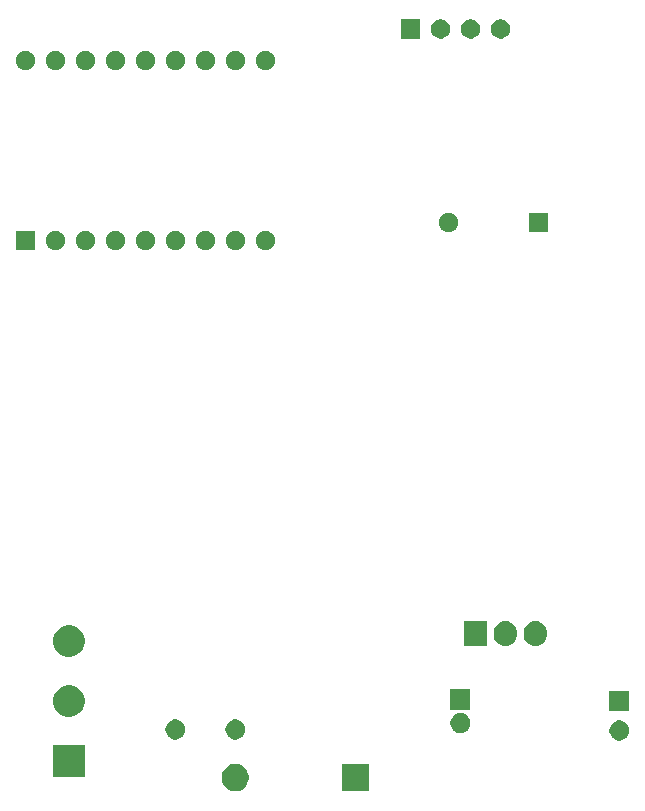
<source format=gbr>
G04 #@! TF.GenerationSoftware,KiCad,Pcbnew,(5.1.5)-3*
G04 #@! TF.CreationDate,2020-04-27T21:50:17+02:00*
G04 #@! TF.ProjectId,czujnikParkowania,637a756a-6e69-46b5-9061-726b6f77616e,rev?*
G04 #@! TF.SameCoordinates,Original*
G04 #@! TF.FileFunction,Soldermask,Bot*
G04 #@! TF.FilePolarity,Negative*
%FSLAX46Y46*%
G04 Gerber Fmt 4.6, Leading zero omitted, Abs format (unit mm)*
G04 Created by KiCad (PCBNEW (5.1.5)-3) date 2020-04-27 21:50:17*
%MOMM*%
%LPD*%
G04 APERTURE LIST*
%ADD10C,0.100000*%
G04 APERTURE END LIST*
D10*
G36*
X54237000Y-85606000D02*
G01*
X51935000Y-85606000D01*
X51935000Y-83304000D01*
X54237000Y-83304000D01*
X54237000Y-85606000D01*
G37*
G36*
X43150549Y-83326116D02*
G01*
X43261734Y-83348232D01*
X43471203Y-83434997D01*
X43659720Y-83560960D01*
X43820040Y-83721280D01*
X43946003Y-83909797D01*
X44032768Y-84119266D01*
X44077000Y-84341636D01*
X44077000Y-84568364D01*
X44032768Y-84790734D01*
X43946003Y-85000203D01*
X43820040Y-85188720D01*
X43659720Y-85349040D01*
X43471203Y-85475003D01*
X43261734Y-85561768D01*
X43150549Y-85583884D01*
X43039365Y-85606000D01*
X42812635Y-85606000D01*
X42701451Y-85583884D01*
X42590266Y-85561768D01*
X42380797Y-85475003D01*
X42192280Y-85349040D01*
X42031960Y-85188720D01*
X41905997Y-85000203D01*
X41819232Y-84790734D01*
X41775000Y-84568364D01*
X41775000Y-84341636D01*
X41819232Y-84119266D01*
X41905997Y-83909797D01*
X42031960Y-83721280D01*
X42192280Y-83560960D01*
X42380797Y-83434997D01*
X42590266Y-83348232D01*
X42701451Y-83326116D01*
X42812635Y-83304000D01*
X43039365Y-83304000D01*
X43150549Y-83326116D01*
G37*
G36*
X30180000Y-84409000D02*
G01*
X27478000Y-84409000D01*
X27478000Y-81707000D01*
X30180000Y-81707000D01*
X30180000Y-84409000D01*
G37*
G36*
X75686228Y-79659703D02*
G01*
X75841100Y-79723853D01*
X75980481Y-79816985D01*
X76099015Y-79935519D01*
X76192147Y-80074900D01*
X76256297Y-80229772D01*
X76289000Y-80394184D01*
X76289000Y-80561816D01*
X76256297Y-80726228D01*
X76192147Y-80881100D01*
X76099015Y-81020481D01*
X75980481Y-81139015D01*
X75841100Y-81232147D01*
X75686228Y-81296297D01*
X75521816Y-81329000D01*
X75354184Y-81329000D01*
X75189772Y-81296297D01*
X75034900Y-81232147D01*
X74895519Y-81139015D01*
X74776985Y-81020481D01*
X74683853Y-80881100D01*
X74619703Y-80726228D01*
X74587000Y-80561816D01*
X74587000Y-80394184D01*
X74619703Y-80229772D01*
X74683853Y-80074900D01*
X74776985Y-79935519D01*
X74895519Y-79816985D01*
X75034900Y-79723853D01*
X75189772Y-79659703D01*
X75354184Y-79627000D01*
X75521816Y-79627000D01*
X75686228Y-79659703D01*
G37*
G36*
X38094228Y-79572703D02*
G01*
X38249100Y-79636853D01*
X38388481Y-79729985D01*
X38507015Y-79848519D01*
X38600147Y-79987900D01*
X38664297Y-80142772D01*
X38697000Y-80307184D01*
X38697000Y-80474816D01*
X38664297Y-80639228D01*
X38600147Y-80794100D01*
X38507015Y-80933481D01*
X38388481Y-81052015D01*
X38249100Y-81145147D01*
X38094228Y-81209297D01*
X37929816Y-81242000D01*
X37762184Y-81242000D01*
X37597772Y-81209297D01*
X37442900Y-81145147D01*
X37303519Y-81052015D01*
X37184985Y-80933481D01*
X37091853Y-80794100D01*
X37027703Y-80639228D01*
X36995000Y-80474816D01*
X36995000Y-80307184D01*
X37027703Y-80142772D01*
X37091853Y-79987900D01*
X37184985Y-79848519D01*
X37303519Y-79729985D01*
X37442900Y-79636853D01*
X37597772Y-79572703D01*
X37762184Y-79540000D01*
X37929816Y-79540000D01*
X38094228Y-79572703D01*
G37*
G36*
X43174228Y-79572703D02*
G01*
X43329100Y-79636853D01*
X43468481Y-79729985D01*
X43587015Y-79848519D01*
X43680147Y-79987900D01*
X43744297Y-80142772D01*
X43777000Y-80307184D01*
X43777000Y-80474816D01*
X43744297Y-80639228D01*
X43680147Y-80794100D01*
X43587015Y-80933481D01*
X43468481Y-81052015D01*
X43329100Y-81145147D01*
X43174228Y-81209297D01*
X43009816Y-81242000D01*
X42842184Y-81242000D01*
X42677772Y-81209297D01*
X42522900Y-81145147D01*
X42383519Y-81052015D01*
X42264985Y-80933481D01*
X42171853Y-80794100D01*
X42107703Y-80639228D01*
X42075000Y-80474816D01*
X42075000Y-80307184D01*
X42107703Y-80142772D01*
X42171853Y-79987900D01*
X42264985Y-79848519D01*
X42383519Y-79729985D01*
X42522900Y-79636853D01*
X42677772Y-79572703D01*
X42842184Y-79540000D01*
X43009816Y-79540000D01*
X43174228Y-79572703D01*
G37*
G36*
X62224228Y-79032703D02*
G01*
X62379100Y-79096853D01*
X62518481Y-79189985D01*
X62637015Y-79308519D01*
X62730147Y-79447900D01*
X62794297Y-79602772D01*
X62827000Y-79767184D01*
X62827000Y-79934816D01*
X62794297Y-80099228D01*
X62730147Y-80254100D01*
X62637015Y-80393481D01*
X62518481Y-80512015D01*
X62379100Y-80605147D01*
X62224228Y-80669297D01*
X62059816Y-80702000D01*
X61892184Y-80702000D01*
X61727772Y-80669297D01*
X61572900Y-80605147D01*
X61433519Y-80512015D01*
X61314985Y-80393481D01*
X61221853Y-80254100D01*
X61157703Y-80099228D01*
X61125000Y-79934816D01*
X61125000Y-79767184D01*
X61157703Y-79602772D01*
X61221853Y-79447900D01*
X61314985Y-79308519D01*
X61433519Y-79189985D01*
X61572900Y-79096853D01*
X61727772Y-79032703D01*
X61892184Y-79000000D01*
X62059816Y-79000000D01*
X62224228Y-79032703D01*
G37*
G36*
X29223072Y-76678918D02*
G01*
X29468939Y-76780759D01*
X29580328Y-76855187D01*
X29690211Y-76928609D01*
X29878391Y-77116789D01*
X30026242Y-77338063D01*
X30128082Y-77583928D01*
X30180000Y-77844937D01*
X30180000Y-78111063D01*
X30128082Y-78372072D01*
X30026242Y-78617937D01*
X29885214Y-78829000D01*
X29878390Y-78839212D01*
X29690212Y-79027390D01*
X29468939Y-79175241D01*
X29468938Y-79175242D01*
X29468937Y-79175242D01*
X29223072Y-79277082D01*
X28962063Y-79329000D01*
X28695937Y-79329000D01*
X28434928Y-79277082D01*
X28189063Y-79175242D01*
X28189062Y-79175242D01*
X28189061Y-79175241D01*
X27967788Y-79027390D01*
X27779610Y-78839212D01*
X27772787Y-78829000D01*
X27631758Y-78617937D01*
X27529918Y-78372072D01*
X27478000Y-78111063D01*
X27478000Y-77844937D01*
X27529918Y-77583928D01*
X27631758Y-77338063D01*
X27779609Y-77116789D01*
X27967789Y-76928609D01*
X28077672Y-76855187D01*
X28189061Y-76780759D01*
X28434928Y-76678918D01*
X28695937Y-76627000D01*
X28962063Y-76627000D01*
X29223072Y-76678918D01*
G37*
G36*
X76289000Y-78829000D02*
G01*
X74587000Y-78829000D01*
X74587000Y-77127000D01*
X76289000Y-77127000D01*
X76289000Y-78829000D01*
G37*
G36*
X62827000Y-78702000D02*
G01*
X61125000Y-78702000D01*
X61125000Y-77000000D01*
X62827000Y-77000000D01*
X62827000Y-78702000D01*
G37*
G36*
X29223072Y-71598918D02*
G01*
X29468939Y-71700759D01*
X29580328Y-71775187D01*
X29690211Y-71848609D01*
X29878391Y-72036789D01*
X30026242Y-72258063D01*
X30128082Y-72503928D01*
X30180000Y-72764938D01*
X30180000Y-73031062D01*
X30128082Y-73292072D01*
X30026241Y-73537939D01*
X29878390Y-73759212D01*
X29690212Y-73947390D01*
X29468939Y-74095241D01*
X29468938Y-74095242D01*
X29468937Y-74095242D01*
X29223072Y-74197082D01*
X28962063Y-74249000D01*
X28695937Y-74249000D01*
X28434928Y-74197082D01*
X28189063Y-74095242D01*
X28189062Y-74095242D01*
X28189061Y-74095241D01*
X27967788Y-73947390D01*
X27779610Y-73759212D01*
X27631759Y-73537939D01*
X27529918Y-73292072D01*
X27478000Y-73031062D01*
X27478000Y-72764938D01*
X27529918Y-72503928D01*
X27631758Y-72258063D01*
X27779609Y-72036789D01*
X27967789Y-71848609D01*
X28077672Y-71775187D01*
X28189061Y-71700759D01*
X28434928Y-71598918D01*
X28695937Y-71547000D01*
X28962063Y-71547000D01*
X29223072Y-71598918D01*
G37*
G36*
X68522719Y-71226520D02*
G01*
X68711880Y-71283901D01*
X68711883Y-71283902D01*
X68804333Y-71333318D01*
X68886212Y-71377083D01*
X69039015Y-71502485D01*
X69164417Y-71655288D01*
X69257599Y-71829619D01*
X69314980Y-72018780D01*
X69329500Y-72166206D01*
X69329500Y-72359793D01*
X69314980Y-72507219D01*
X69257599Y-72696380D01*
X69257598Y-72696383D01*
X69220955Y-72764937D01*
X69164417Y-72870712D01*
X69039015Y-73023515D01*
X68886212Y-73148917D01*
X68711881Y-73242099D01*
X68522720Y-73299480D01*
X68326000Y-73318855D01*
X68129281Y-73299480D01*
X67940120Y-73242099D01*
X67765788Y-73148917D01*
X67612985Y-73023515D01*
X67487583Y-72870712D01*
X67394401Y-72696381D01*
X67337020Y-72507220D01*
X67322500Y-72359794D01*
X67322500Y-72166207D01*
X67337020Y-72018781D01*
X67394401Y-71829620D01*
X67394402Y-71829617D01*
X67443818Y-71737167D01*
X67487583Y-71655288D01*
X67612985Y-71502485D01*
X67765788Y-71377083D01*
X67940119Y-71283901D01*
X68129280Y-71226520D01*
X68326000Y-71207145D01*
X68522719Y-71226520D01*
G37*
G36*
X65982719Y-71226520D02*
G01*
X66171880Y-71283901D01*
X66171883Y-71283902D01*
X66264333Y-71333318D01*
X66346212Y-71377083D01*
X66499015Y-71502485D01*
X66624417Y-71655288D01*
X66717599Y-71829619D01*
X66774980Y-72018780D01*
X66789500Y-72166206D01*
X66789500Y-72359793D01*
X66774980Y-72507219D01*
X66717599Y-72696380D01*
X66717598Y-72696383D01*
X66680955Y-72764937D01*
X66624417Y-72870712D01*
X66499015Y-73023515D01*
X66346212Y-73148917D01*
X66171881Y-73242099D01*
X65982720Y-73299480D01*
X65786000Y-73318855D01*
X65589281Y-73299480D01*
X65400120Y-73242099D01*
X65225788Y-73148917D01*
X65072985Y-73023515D01*
X64947583Y-72870712D01*
X64854401Y-72696381D01*
X64797020Y-72507220D01*
X64782500Y-72359794D01*
X64782500Y-72166207D01*
X64797020Y-72018781D01*
X64854401Y-71829620D01*
X64854402Y-71829617D01*
X64903818Y-71737167D01*
X64947583Y-71655288D01*
X65072985Y-71502485D01*
X65225788Y-71377083D01*
X65400119Y-71283901D01*
X65589280Y-71226520D01*
X65786000Y-71207145D01*
X65982719Y-71226520D01*
G37*
G36*
X64249500Y-73314000D02*
G01*
X62242500Y-73314000D01*
X62242500Y-71212000D01*
X64249500Y-71212000D01*
X64249500Y-73314000D01*
G37*
G36*
X25947000Y-39790000D02*
G01*
X24345000Y-39790000D01*
X24345000Y-38188000D01*
X25947000Y-38188000D01*
X25947000Y-39790000D01*
G37*
G36*
X27919642Y-38218781D02*
G01*
X28065414Y-38279162D01*
X28065416Y-38279163D01*
X28196608Y-38366822D01*
X28308178Y-38478392D01*
X28395837Y-38609584D01*
X28395838Y-38609586D01*
X28456219Y-38755358D01*
X28487000Y-38910107D01*
X28487000Y-39067893D01*
X28456219Y-39222642D01*
X28395838Y-39368414D01*
X28395837Y-39368416D01*
X28308178Y-39499608D01*
X28196608Y-39611178D01*
X28065416Y-39698837D01*
X28065415Y-39698838D01*
X28065414Y-39698838D01*
X27919642Y-39759219D01*
X27764893Y-39790000D01*
X27607107Y-39790000D01*
X27452358Y-39759219D01*
X27306586Y-39698838D01*
X27306585Y-39698838D01*
X27306584Y-39698837D01*
X27175392Y-39611178D01*
X27063822Y-39499608D01*
X26976163Y-39368416D01*
X26976162Y-39368414D01*
X26915781Y-39222642D01*
X26885000Y-39067893D01*
X26885000Y-38910107D01*
X26915781Y-38755358D01*
X26976162Y-38609586D01*
X26976163Y-38609584D01*
X27063822Y-38478392D01*
X27175392Y-38366822D01*
X27306584Y-38279163D01*
X27306586Y-38279162D01*
X27452358Y-38218781D01*
X27607107Y-38188000D01*
X27764893Y-38188000D01*
X27919642Y-38218781D01*
G37*
G36*
X30459642Y-38218781D02*
G01*
X30605414Y-38279162D01*
X30605416Y-38279163D01*
X30736608Y-38366822D01*
X30848178Y-38478392D01*
X30935837Y-38609584D01*
X30935838Y-38609586D01*
X30996219Y-38755358D01*
X31027000Y-38910107D01*
X31027000Y-39067893D01*
X30996219Y-39222642D01*
X30935838Y-39368414D01*
X30935837Y-39368416D01*
X30848178Y-39499608D01*
X30736608Y-39611178D01*
X30605416Y-39698837D01*
X30605415Y-39698838D01*
X30605414Y-39698838D01*
X30459642Y-39759219D01*
X30304893Y-39790000D01*
X30147107Y-39790000D01*
X29992358Y-39759219D01*
X29846586Y-39698838D01*
X29846585Y-39698838D01*
X29846584Y-39698837D01*
X29715392Y-39611178D01*
X29603822Y-39499608D01*
X29516163Y-39368416D01*
X29516162Y-39368414D01*
X29455781Y-39222642D01*
X29425000Y-39067893D01*
X29425000Y-38910107D01*
X29455781Y-38755358D01*
X29516162Y-38609586D01*
X29516163Y-38609584D01*
X29603822Y-38478392D01*
X29715392Y-38366822D01*
X29846584Y-38279163D01*
X29846586Y-38279162D01*
X29992358Y-38218781D01*
X30147107Y-38188000D01*
X30304893Y-38188000D01*
X30459642Y-38218781D01*
G37*
G36*
X32999642Y-38218781D02*
G01*
X33145414Y-38279162D01*
X33145416Y-38279163D01*
X33276608Y-38366822D01*
X33388178Y-38478392D01*
X33475837Y-38609584D01*
X33475838Y-38609586D01*
X33536219Y-38755358D01*
X33567000Y-38910107D01*
X33567000Y-39067893D01*
X33536219Y-39222642D01*
X33475838Y-39368414D01*
X33475837Y-39368416D01*
X33388178Y-39499608D01*
X33276608Y-39611178D01*
X33145416Y-39698837D01*
X33145415Y-39698838D01*
X33145414Y-39698838D01*
X32999642Y-39759219D01*
X32844893Y-39790000D01*
X32687107Y-39790000D01*
X32532358Y-39759219D01*
X32386586Y-39698838D01*
X32386585Y-39698838D01*
X32386584Y-39698837D01*
X32255392Y-39611178D01*
X32143822Y-39499608D01*
X32056163Y-39368416D01*
X32056162Y-39368414D01*
X31995781Y-39222642D01*
X31965000Y-39067893D01*
X31965000Y-38910107D01*
X31995781Y-38755358D01*
X32056162Y-38609586D01*
X32056163Y-38609584D01*
X32143822Y-38478392D01*
X32255392Y-38366822D01*
X32386584Y-38279163D01*
X32386586Y-38279162D01*
X32532358Y-38218781D01*
X32687107Y-38188000D01*
X32844893Y-38188000D01*
X32999642Y-38218781D01*
G37*
G36*
X38079642Y-38218781D02*
G01*
X38225414Y-38279162D01*
X38225416Y-38279163D01*
X38356608Y-38366822D01*
X38468178Y-38478392D01*
X38555837Y-38609584D01*
X38555838Y-38609586D01*
X38616219Y-38755358D01*
X38647000Y-38910107D01*
X38647000Y-39067893D01*
X38616219Y-39222642D01*
X38555838Y-39368414D01*
X38555837Y-39368416D01*
X38468178Y-39499608D01*
X38356608Y-39611178D01*
X38225416Y-39698837D01*
X38225415Y-39698838D01*
X38225414Y-39698838D01*
X38079642Y-39759219D01*
X37924893Y-39790000D01*
X37767107Y-39790000D01*
X37612358Y-39759219D01*
X37466586Y-39698838D01*
X37466585Y-39698838D01*
X37466584Y-39698837D01*
X37335392Y-39611178D01*
X37223822Y-39499608D01*
X37136163Y-39368416D01*
X37136162Y-39368414D01*
X37075781Y-39222642D01*
X37045000Y-39067893D01*
X37045000Y-38910107D01*
X37075781Y-38755358D01*
X37136162Y-38609586D01*
X37136163Y-38609584D01*
X37223822Y-38478392D01*
X37335392Y-38366822D01*
X37466584Y-38279163D01*
X37466586Y-38279162D01*
X37612358Y-38218781D01*
X37767107Y-38188000D01*
X37924893Y-38188000D01*
X38079642Y-38218781D01*
G37*
G36*
X40619642Y-38218781D02*
G01*
X40765414Y-38279162D01*
X40765416Y-38279163D01*
X40896608Y-38366822D01*
X41008178Y-38478392D01*
X41095837Y-38609584D01*
X41095838Y-38609586D01*
X41156219Y-38755358D01*
X41187000Y-38910107D01*
X41187000Y-39067893D01*
X41156219Y-39222642D01*
X41095838Y-39368414D01*
X41095837Y-39368416D01*
X41008178Y-39499608D01*
X40896608Y-39611178D01*
X40765416Y-39698837D01*
X40765415Y-39698838D01*
X40765414Y-39698838D01*
X40619642Y-39759219D01*
X40464893Y-39790000D01*
X40307107Y-39790000D01*
X40152358Y-39759219D01*
X40006586Y-39698838D01*
X40006585Y-39698838D01*
X40006584Y-39698837D01*
X39875392Y-39611178D01*
X39763822Y-39499608D01*
X39676163Y-39368416D01*
X39676162Y-39368414D01*
X39615781Y-39222642D01*
X39585000Y-39067893D01*
X39585000Y-38910107D01*
X39615781Y-38755358D01*
X39676162Y-38609586D01*
X39676163Y-38609584D01*
X39763822Y-38478392D01*
X39875392Y-38366822D01*
X40006584Y-38279163D01*
X40006586Y-38279162D01*
X40152358Y-38218781D01*
X40307107Y-38188000D01*
X40464893Y-38188000D01*
X40619642Y-38218781D01*
G37*
G36*
X43159642Y-38218781D02*
G01*
X43305414Y-38279162D01*
X43305416Y-38279163D01*
X43436608Y-38366822D01*
X43548178Y-38478392D01*
X43635837Y-38609584D01*
X43635838Y-38609586D01*
X43696219Y-38755358D01*
X43727000Y-38910107D01*
X43727000Y-39067893D01*
X43696219Y-39222642D01*
X43635838Y-39368414D01*
X43635837Y-39368416D01*
X43548178Y-39499608D01*
X43436608Y-39611178D01*
X43305416Y-39698837D01*
X43305415Y-39698838D01*
X43305414Y-39698838D01*
X43159642Y-39759219D01*
X43004893Y-39790000D01*
X42847107Y-39790000D01*
X42692358Y-39759219D01*
X42546586Y-39698838D01*
X42546585Y-39698838D01*
X42546584Y-39698837D01*
X42415392Y-39611178D01*
X42303822Y-39499608D01*
X42216163Y-39368416D01*
X42216162Y-39368414D01*
X42155781Y-39222642D01*
X42125000Y-39067893D01*
X42125000Y-38910107D01*
X42155781Y-38755358D01*
X42216162Y-38609586D01*
X42216163Y-38609584D01*
X42303822Y-38478392D01*
X42415392Y-38366822D01*
X42546584Y-38279163D01*
X42546586Y-38279162D01*
X42692358Y-38218781D01*
X42847107Y-38188000D01*
X43004893Y-38188000D01*
X43159642Y-38218781D01*
G37*
G36*
X45699642Y-38218781D02*
G01*
X45845414Y-38279162D01*
X45845416Y-38279163D01*
X45976608Y-38366822D01*
X46088178Y-38478392D01*
X46175837Y-38609584D01*
X46175838Y-38609586D01*
X46236219Y-38755358D01*
X46267000Y-38910107D01*
X46267000Y-39067893D01*
X46236219Y-39222642D01*
X46175838Y-39368414D01*
X46175837Y-39368416D01*
X46088178Y-39499608D01*
X45976608Y-39611178D01*
X45845416Y-39698837D01*
X45845415Y-39698838D01*
X45845414Y-39698838D01*
X45699642Y-39759219D01*
X45544893Y-39790000D01*
X45387107Y-39790000D01*
X45232358Y-39759219D01*
X45086586Y-39698838D01*
X45086585Y-39698838D01*
X45086584Y-39698837D01*
X44955392Y-39611178D01*
X44843822Y-39499608D01*
X44756163Y-39368416D01*
X44756162Y-39368414D01*
X44695781Y-39222642D01*
X44665000Y-39067893D01*
X44665000Y-38910107D01*
X44695781Y-38755358D01*
X44756162Y-38609586D01*
X44756163Y-38609584D01*
X44843822Y-38478392D01*
X44955392Y-38366822D01*
X45086584Y-38279163D01*
X45086586Y-38279162D01*
X45232358Y-38218781D01*
X45387107Y-38188000D01*
X45544893Y-38188000D01*
X45699642Y-38218781D01*
G37*
G36*
X35539642Y-38218781D02*
G01*
X35685414Y-38279162D01*
X35685416Y-38279163D01*
X35816608Y-38366822D01*
X35928178Y-38478392D01*
X36015837Y-38609584D01*
X36015838Y-38609586D01*
X36076219Y-38755358D01*
X36107000Y-38910107D01*
X36107000Y-39067893D01*
X36076219Y-39222642D01*
X36015838Y-39368414D01*
X36015837Y-39368416D01*
X35928178Y-39499608D01*
X35816608Y-39611178D01*
X35685416Y-39698837D01*
X35685415Y-39698838D01*
X35685414Y-39698838D01*
X35539642Y-39759219D01*
X35384893Y-39790000D01*
X35227107Y-39790000D01*
X35072358Y-39759219D01*
X34926586Y-39698838D01*
X34926585Y-39698838D01*
X34926584Y-39698837D01*
X34795392Y-39611178D01*
X34683822Y-39499608D01*
X34596163Y-39368416D01*
X34596162Y-39368414D01*
X34535781Y-39222642D01*
X34505000Y-39067893D01*
X34505000Y-38910107D01*
X34535781Y-38755358D01*
X34596162Y-38609586D01*
X34596163Y-38609584D01*
X34683822Y-38478392D01*
X34795392Y-38366822D01*
X34926584Y-38279163D01*
X34926586Y-38279162D01*
X35072358Y-38218781D01*
X35227107Y-38188000D01*
X35384893Y-38188000D01*
X35539642Y-38218781D01*
G37*
G36*
X69383000Y-38278000D02*
G01*
X67757000Y-38278000D01*
X67757000Y-36652000D01*
X69383000Y-36652000D01*
X69383000Y-38278000D01*
G37*
G36*
X61207142Y-36683242D02*
G01*
X61355101Y-36744529D01*
X61488255Y-36833499D01*
X61601501Y-36946745D01*
X61690471Y-37079899D01*
X61751758Y-37227858D01*
X61783000Y-37384925D01*
X61783000Y-37545075D01*
X61751758Y-37702142D01*
X61690471Y-37850101D01*
X61601501Y-37983255D01*
X61488255Y-38096501D01*
X61355101Y-38185471D01*
X61207142Y-38246758D01*
X61050075Y-38278000D01*
X60889925Y-38278000D01*
X60732858Y-38246758D01*
X60584899Y-38185471D01*
X60451745Y-38096501D01*
X60338499Y-37983255D01*
X60249529Y-37850101D01*
X60188242Y-37702142D01*
X60157000Y-37545075D01*
X60157000Y-37384925D01*
X60188242Y-37227858D01*
X60249529Y-37079899D01*
X60338499Y-36946745D01*
X60451745Y-36833499D01*
X60584899Y-36744529D01*
X60732858Y-36683242D01*
X60889925Y-36652000D01*
X61050075Y-36652000D01*
X61207142Y-36683242D01*
G37*
G36*
X40619642Y-22978781D02*
G01*
X40765414Y-23039162D01*
X40765416Y-23039163D01*
X40896608Y-23126822D01*
X41008178Y-23238392D01*
X41095837Y-23369584D01*
X41095838Y-23369586D01*
X41156219Y-23515358D01*
X41187000Y-23670107D01*
X41187000Y-23827893D01*
X41156219Y-23982642D01*
X41095838Y-24128414D01*
X41095837Y-24128416D01*
X41008178Y-24259608D01*
X40896608Y-24371178D01*
X40765416Y-24458837D01*
X40765415Y-24458838D01*
X40765414Y-24458838D01*
X40619642Y-24519219D01*
X40464893Y-24550000D01*
X40307107Y-24550000D01*
X40152358Y-24519219D01*
X40006586Y-24458838D01*
X40006585Y-24458838D01*
X40006584Y-24458837D01*
X39875392Y-24371178D01*
X39763822Y-24259608D01*
X39676163Y-24128416D01*
X39676162Y-24128414D01*
X39615781Y-23982642D01*
X39585000Y-23827893D01*
X39585000Y-23670107D01*
X39615781Y-23515358D01*
X39676162Y-23369586D01*
X39676163Y-23369584D01*
X39763822Y-23238392D01*
X39875392Y-23126822D01*
X40006584Y-23039163D01*
X40006586Y-23039162D01*
X40152358Y-22978781D01*
X40307107Y-22948000D01*
X40464893Y-22948000D01*
X40619642Y-22978781D01*
G37*
G36*
X38079642Y-22978781D02*
G01*
X38225414Y-23039162D01*
X38225416Y-23039163D01*
X38356608Y-23126822D01*
X38468178Y-23238392D01*
X38555837Y-23369584D01*
X38555838Y-23369586D01*
X38616219Y-23515358D01*
X38647000Y-23670107D01*
X38647000Y-23827893D01*
X38616219Y-23982642D01*
X38555838Y-24128414D01*
X38555837Y-24128416D01*
X38468178Y-24259608D01*
X38356608Y-24371178D01*
X38225416Y-24458837D01*
X38225415Y-24458838D01*
X38225414Y-24458838D01*
X38079642Y-24519219D01*
X37924893Y-24550000D01*
X37767107Y-24550000D01*
X37612358Y-24519219D01*
X37466586Y-24458838D01*
X37466585Y-24458838D01*
X37466584Y-24458837D01*
X37335392Y-24371178D01*
X37223822Y-24259608D01*
X37136163Y-24128416D01*
X37136162Y-24128414D01*
X37075781Y-23982642D01*
X37045000Y-23827893D01*
X37045000Y-23670107D01*
X37075781Y-23515358D01*
X37136162Y-23369586D01*
X37136163Y-23369584D01*
X37223822Y-23238392D01*
X37335392Y-23126822D01*
X37466584Y-23039163D01*
X37466586Y-23039162D01*
X37612358Y-22978781D01*
X37767107Y-22948000D01*
X37924893Y-22948000D01*
X38079642Y-22978781D01*
G37*
G36*
X35539642Y-22978781D02*
G01*
X35685414Y-23039162D01*
X35685416Y-23039163D01*
X35816608Y-23126822D01*
X35928178Y-23238392D01*
X36015837Y-23369584D01*
X36015838Y-23369586D01*
X36076219Y-23515358D01*
X36107000Y-23670107D01*
X36107000Y-23827893D01*
X36076219Y-23982642D01*
X36015838Y-24128414D01*
X36015837Y-24128416D01*
X35928178Y-24259608D01*
X35816608Y-24371178D01*
X35685416Y-24458837D01*
X35685415Y-24458838D01*
X35685414Y-24458838D01*
X35539642Y-24519219D01*
X35384893Y-24550000D01*
X35227107Y-24550000D01*
X35072358Y-24519219D01*
X34926586Y-24458838D01*
X34926585Y-24458838D01*
X34926584Y-24458837D01*
X34795392Y-24371178D01*
X34683822Y-24259608D01*
X34596163Y-24128416D01*
X34596162Y-24128414D01*
X34535781Y-23982642D01*
X34505000Y-23827893D01*
X34505000Y-23670107D01*
X34535781Y-23515358D01*
X34596162Y-23369586D01*
X34596163Y-23369584D01*
X34683822Y-23238392D01*
X34795392Y-23126822D01*
X34926584Y-23039163D01*
X34926586Y-23039162D01*
X35072358Y-22978781D01*
X35227107Y-22948000D01*
X35384893Y-22948000D01*
X35539642Y-22978781D01*
G37*
G36*
X32999642Y-22978781D02*
G01*
X33145414Y-23039162D01*
X33145416Y-23039163D01*
X33276608Y-23126822D01*
X33388178Y-23238392D01*
X33475837Y-23369584D01*
X33475838Y-23369586D01*
X33536219Y-23515358D01*
X33567000Y-23670107D01*
X33567000Y-23827893D01*
X33536219Y-23982642D01*
X33475838Y-24128414D01*
X33475837Y-24128416D01*
X33388178Y-24259608D01*
X33276608Y-24371178D01*
X33145416Y-24458837D01*
X33145415Y-24458838D01*
X33145414Y-24458838D01*
X32999642Y-24519219D01*
X32844893Y-24550000D01*
X32687107Y-24550000D01*
X32532358Y-24519219D01*
X32386586Y-24458838D01*
X32386585Y-24458838D01*
X32386584Y-24458837D01*
X32255392Y-24371178D01*
X32143822Y-24259608D01*
X32056163Y-24128416D01*
X32056162Y-24128414D01*
X31995781Y-23982642D01*
X31965000Y-23827893D01*
X31965000Y-23670107D01*
X31995781Y-23515358D01*
X32056162Y-23369586D01*
X32056163Y-23369584D01*
X32143822Y-23238392D01*
X32255392Y-23126822D01*
X32386584Y-23039163D01*
X32386586Y-23039162D01*
X32532358Y-22978781D01*
X32687107Y-22948000D01*
X32844893Y-22948000D01*
X32999642Y-22978781D01*
G37*
G36*
X30459642Y-22978781D02*
G01*
X30605414Y-23039162D01*
X30605416Y-23039163D01*
X30736608Y-23126822D01*
X30848178Y-23238392D01*
X30935837Y-23369584D01*
X30935838Y-23369586D01*
X30996219Y-23515358D01*
X31027000Y-23670107D01*
X31027000Y-23827893D01*
X30996219Y-23982642D01*
X30935838Y-24128414D01*
X30935837Y-24128416D01*
X30848178Y-24259608D01*
X30736608Y-24371178D01*
X30605416Y-24458837D01*
X30605415Y-24458838D01*
X30605414Y-24458838D01*
X30459642Y-24519219D01*
X30304893Y-24550000D01*
X30147107Y-24550000D01*
X29992358Y-24519219D01*
X29846586Y-24458838D01*
X29846585Y-24458838D01*
X29846584Y-24458837D01*
X29715392Y-24371178D01*
X29603822Y-24259608D01*
X29516163Y-24128416D01*
X29516162Y-24128414D01*
X29455781Y-23982642D01*
X29425000Y-23827893D01*
X29425000Y-23670107D01*
X29455781Y-23515358D01*
X29516162Y-23369586D01*
X29516163Y-23369584D01*
X29603822Y-23238392D01*
X29715392Y-23126822D01*
X29846584Y-23039163D01*
X29846586Y-23039162D01*
X29992358Y-22978781D01*
X30147107Y-22948000D01*
X30304893Y-22948000D01*
X30459642Y-22978781D01*
G37*
G36*
X25379642Y-22978781D02*
G01*
X25525414Y-23039162D01*
X25525416Y-23039163D01*
X25656608Y-23126822D01*
X25768178Y-23238392D01*
X25855837Y-23369584D01*
X25855838Y-23369586D01*
X25916219Y-23515358D01*
X25947000Y-23670107D01*
X25947000Y-23827893D01*
X25916219Y-23982642D01*
X25855838Y-24128414D01*
X25855837Y-24128416D01*
X25768178Y-24259608D01*
X25656608Y-24371178D01*
X25525416Y-24458837D01*
X25525415Y-24458838D01*
X25525414Y-24458838D01*
X25379642Y-24519219D01*
X25224893Y-24550000D01*
X25067107Y-24550000D01*
X24912358Y-24519219D01*
X24766586Y-24458838D01*
X24766585Y-24458838D01*
X24766584Y-24458837D01*
X24635392Y-24371178D01*
X24523822Y-24259608D01*
X24436163Y-24128416D01*
X24436162Y-24128414D01*
X24375781Y-23982642D01*
X24345000Y-23827893D01*
X24345000Y-23670107D01*
X24375781Y-23515358D01*
X24436162Y-23369586D01*
X24436163Y-23369584D01*
X24523822Y-23238392D01*
X24635392Y-23126822D01*
X24766584Y-23039163D01*
X24766586Y-23039162D01*
X24912358Y-22978781D01*
X25067107Y-22948000D01*
X25224893Y-22948000D01*
X25379642Y-22978781D01*
G37*
G36*
X43159642Y-22978781D02*
G01*
X43305414Y-23039162D01*
X43305416Y-23039163D01*
X43436608Y-23126822D01*
X43548178Y-23238392D01*
X43635837Y-23369584D01*
X43635838Y-23369586D01*
X43696219Y-23515358D01*
X43727000Y-23670107D01*
X43727000Y-23827893D01*
X43696219Y-23982642D01*
X43635838Y-24128414D01*
X43635837Y-24128416D01*
X43548178Y-24259608D01*
X43436608Y-24371178D01*
X43305416Y-24458837D01*
X43305415Y-24458838D01*
X43305414Y-24458838D01*
X43159642Y-24519219D01*
X43004893Y-24550000D01*
X42847107Y-24550000D01*
X42692358Y-24519219D01*
X42546586Y-24458838D01*
X42546585Y-24458838D01*
X42546584Y-24458837D01*
X42415392Y-24371178D01*
X42303822Y-24259608D01*
X42216163Y-24128416D01*
X42216162Y-24128414D01*
X42155781Y-23982642D01*
X42125000Y-23827893D01*
X42125000Y-23670107D01*
X42155781Y-23515358D01*
X42216162Y-23369586D01*
X42216163Y-23369584D01*
X42303822Y-23238392D01*
X42415392Y-23126822D01*
X42546584Y-23039163D01*
X42546586Y-23039162D01*
X42692358Y-22978781D01*
X42847107Y-22948000D01*
X43004893Y-22948000D01*
X43159642Y-22978781D01*
G37*
G36*
X45699642Y-22978781D02*
G01*
X45845414Y-23039162D01*
X45845416Y-23039163D01*
X45976608Y-23126822D01*
X46088178Y-23238392D01*
X46175837Y-23369584D01*
X46175838Y-23369586D01*
X46236219Y-23515358D01*
X46267000Y-23670107D01*
X46267000Y-23827893D01*
X46236219Y-23982642D01*
X46175838Y-24128414D01*
X46175837Y-24128416D01*
X46088178Y-24259608D01*
X45976608Y-24371178D01*
X45845416Y-24458837D01*
X45845415Y-24458838D01*
X45845414Y-24458838D01*
X45699642Y-24519219D01*
X45544893Y-24550000D01*
X45387107Y-24550000D01*
X45232358Y-24519219D01*
X45086586Y-24458838D01*
X45086585Y-24458838D01*
X45086584Y-24458837D01*
X44955392Y-24371178D01*
X44843822Y-24259608D01*
X44756163Y-24128416D01*
X44756162Y-24128414D01*
X44695781Y-23982642D01*
X44665000Y-23827893D01*
X44665000Y-23670107D01*
X44695781Y-23515358D01*
X44756162Y-23369586D01*
X44756163Y-23369584D01*
X44843822Y-23238392D01*
X44955392Y-23126822D01*
X45086584Y-23039163D01*
X45086586Y-23039162D01*
X45232358Y-22978781D01*
X45387107Y-22948000D01*
X45544893Y-22948000D01*
X45699642Y-22978781D01*
G37*
G36*
X27919642Y-22978781D02*
G01*
X28065414Y-23039162D01*
X28065416Y-23039163D01*
X28196608Y-23126822D01*
X28308178Y-23238392D01*
X28395837Y-23369584D01*
X28395838Y-23369586D01*
X28456219Y-23515358D01*
X28487000Y-23670107D01*
X28487000Y-23827893D01*
X28456219Y-23982642D01*
X28395838Y-24128414D01*
X28395837Y-24128416D01*
X28308178Y-24259608D01*
X28196608Y-24371178D01*
X28065416Y-24458837D01*
X28065415Y-24458838D01*
X28065414Y-24458838D01*
X27919642Y-24519219D01*
X27764893Y-24550000D01*
X27607107Y-24550000D01*
X27452358Y-24519219D01*
X27306586Y-24458838D01*
X27306585Y-24458838D01*
X27306584Y-24458837D01*
X27175392Y-24371178D01*
X27063822Y-24259608D01*
X26976163Y-24128416D01*
X26976162Y-24128414D01*
X26915781Y-23982642D01*
X26885000Y-23827893D01*
X26885000Y-23670107D01*
X26915781Y-23515358D01*
X26976162Y-23369586D01*
X26976163Y-23369584D01*
X27063822Y-23238392D01*
X27175392Y-23126822D01*
X27306584Y-23039163D01*
X27306586Y-23039162D01*
X27452358Y-22978781D01*
X27607107Y-22948000D01*
X27764893Y-22948000D01*
X27919642Y-22978781D01*
G37*
G36*
X58568000Y-21895000D02*
G01*
X56942000Y-21895000D01*
X56942000Y-20269000D01*
X58568000Y-20269000D01*
X58568000Y-21895000D01*
G37*
G36*
X63072142Y-20300242D02*
G01*
X63220101Y-20361529D01*
X63353255Y-20450499D01*
X63466501Y-20563745D01*
X63555471Y-20696899D01*
X63616758Y-20844858D01*
X63648000Y-21001925D01*
X63648000Y-21162075D01*
X63616758Y-21319142D01*
X63555471Y-21467101D01*
X63466501Y-21600255D01*
X63353255Y-21713501D01*
X63220101Y-21802471D01*
X63072142Y-21863758D01*
X62915075Y-21895000D01*
X62754925Y-21895000D01*
X62597858Y-21863758D01*
X62449899Y-21802471D01*
X62316745Y-21713501D01*
X62203499Y-21600255D01*
X62114529Y-21467101D01*
X62053242Y-21319142D01*
X62022000Y-21162075D01*
X62022000Y-21001925D01*
X62053242Y-20844858D01*
X62114529Y-20696899D01*
X62203499Y-20563745D01*
X62316745Y-20450499D01*
X62449899Y-20361529D01*
X62597858Y-20300242D01*
X62754925Y-20269000D01*
X62915075Y-20269000D01*
X63072142Y-20300242D01*
G37*
G36*
X65612142Y-20300242D02*
G01*
X65760101Y-20361529D01*
X65893255Y-20450499D01*
X66006501Y-20563745D01*
X66095471Y-20696899D01*
X66156758Y-20844858D01*
X66188000Y-21001925D01*
X66188000Y-21162075D01*
X66156758Y-21319142D01*
X66095471Y-21467101D01*
X66006501Y-21600255D01*
X65893255Y-21713501D01*
X65760101Y-21802471D01*
X65612142Y-21863758D01*
X65455075Y-21895000D01*
X65294925Y-21895000D01*
X65137858Y-21863758D01*
X64989899Y-21802471D01*
X64856745Y-21713501D01*
X64743499Y-21600255D01*
X64654529Y-21467101D01*
X64593242Y-21319142D01*
X64562000Y-21162075D01*
X64562000Y-21001925D01*
X64593242Y-20844858D01*
X64654529Y-20696899D01*
X64743499Y-20563745D01*
X64856745Y-20450499D01*
X64989899Y-20361529D01*
X65137858Y-20300242D01*
X65294925Y-20269000D01*
X65455075Y-20269000D01*
X65612142Y-20300242D01*
G37*
G36*
X60532142Y-20300242D02*
G01*
X60680101Y-20361529D01*
X60813255Y-20450499D01*
X60926501Y-20563745D01*
X61015471Y-20696899D01*
X61076758Y-20844858D01*
X61108000Y-21001925D01*
X61108000Y-21162075D01*
X61076758Y-21319142D01*
X61015471Y-21467101D01*
X60926501Y-21600255D01*
X60813255Y-21713501D01*
X60680101Y-21802471D01*
X60532142Y-21863758D01*
X60375075Y-21895000D01*
X60214925Y-21895000D01*
X60057858Y-21863758D01*
X59909899Y-21802471D01*
X59776745Y-21713501D01*
X59663499Y-21600255D01*
X59574529Y-21467101D01*
X59513242Y-21319142D01*
X59482000Y-21162075D01*
X59482000Y-21001925D01*
X59513242Y-20844858D01*
X59574529Y-20696899D01*
X59663499Y-20563745D01*
X59776745Y-20450499D01*
X59909899Y-20361529D01*
X60057858Y-20300242D01*
X60214925Y-20269000D01*
X60375075Y-20269000D01*
X60532142Y-20300242D01*
G37*
M02*

</source>
